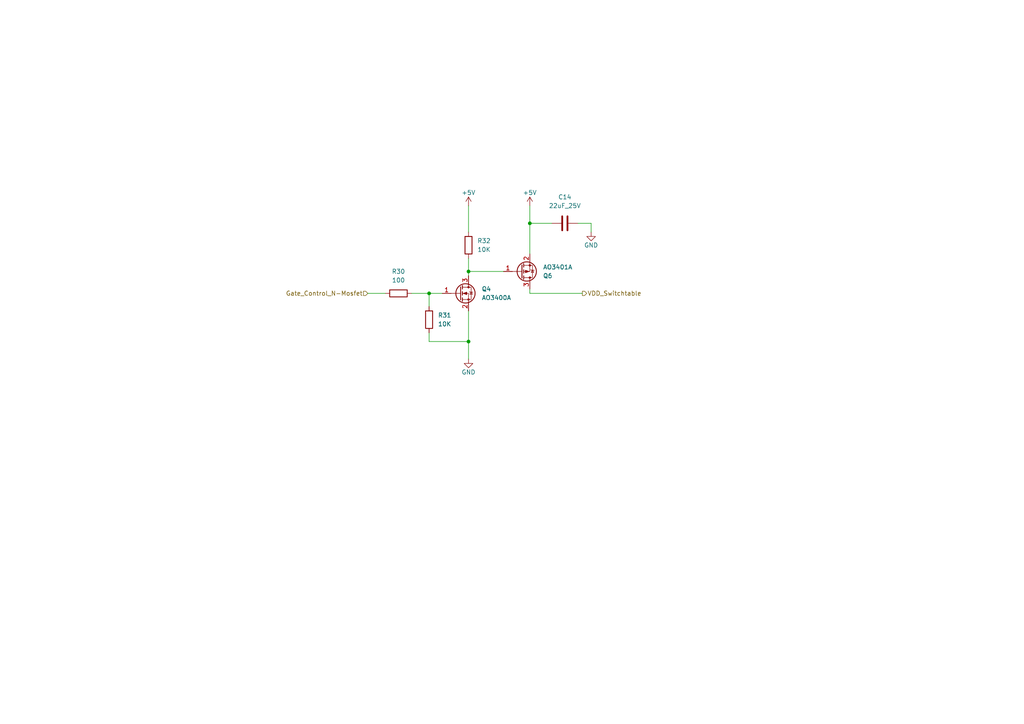
<source format=kicad_sch>
(kicad_sch (version 20231120) (generator "eeschema") (generator_version "8.0")
  (paper "A4")
  (lib_symbols
    (symbol "_C_1206:22uF_25V" (pin_numbers hide) (pin_names (offset 0.254))
      (property "Reference" "C" (at 0.635 2.54 0))
      (property "Value" "22uF_25V" (at 0.635 -2.54 0))
      (symbol "22uF_25V_0_1"
        (polyline (pts (xy -2.032 -0.762) (xy 2.032 -0.762)) (stroke (width 0.508)))
        (polyline (pts (xy -2.032 0.762) (xy 2.032 0.762)) (stroke (width 0.508)))
      )
      (symbol "22uF_25V_1_1"
        (pin passive line (at 0 3.81 270) (length 2.794) (name "~") (number "1"))
        (pin passive line (at 0 -3.81 90) (length 2.794) (name "~") (number "2"))
      )
    )
    (symbol "_R_0402:100" (pin_numbers hide) (pin_names (offset 0))
      (property "Reference" "R" (at 2.032 0 90))
      (property "Value" "100" (at 0 0 90))
      (symbol "100_0_1"
        (rectangle (start -1.016 -2.54) (end 1.016 2.54) (stroke (width 0.254)))
      )
      (symbol "100_1_1"
        (pin passive line (at 0 3.81 270) (length 1.27) (name "~") (number "1"))
        (pin passive line (at 0 -3.81 90) (length 1.27) (name "~") (number "2"))
      )
    )
    (symbol "_R_0402:10K" (pin_numbers hide) (pin_names (offset 0))
      (property "Reference" "R" (at 2.032 0 90))
      (property "Value" "10K" (at 0 0 90))
      (symbol "10K_0_1"
        (rectangle (start -1.016 -2.54) (end 1.016 2.54) (stroke (width 0.254)))
      )
      (symbol "10K_1_1"
        (pin passive line (at 0 3.81 270) (length 1.27) (name "~") (number "1"))
        (pin passive line (at 0 -3.81 90) (length 1.27) (name "~") (number "2"))
      )
    )
    (symbol "_Transistor_FET:AO3400A" (pin_names hide)
      (property "Reference" "Q" (at 5.08 1.905 0))
      (property "Value" "AO3400A" (at 5.08 0 0))
      (symbol "AO3400A_0_1"
        (polyline (pts (xy 0.254 0) (xy -2.54 0)))
        (polyline (pts (xy 0.254 1.905) (xy 0.254 -1.905)) (stroke (width 0.254)))
        (polyline (pts (xy 0.762 -1.27) (xy 0.762 -2.286)) (stroke (width 0.254)))
        (polyline (pts (xy 0.762 0.508) (xy 0.762 -0.508)) (stroke (width 0.254)))
        (polyline (pts (xy 0.762 2.286) (xy 0.762 1.27)) (stroke (width 0.254)))
        (polyline (pts (xy 2.54 2.54) (xy 2.54 1.778)))
        (polyline (pts (xy 2.54 -2.54) (xy 2.54 0) (xy 0.762 0)))
        (polyline (pts (xy 0.762 -1.778) (xy 3.302 -1.778) (xy 3.302 1.778) (xy 0.762 1.778)))
        (polyline (pts (xy 1.016 0) (xy 2.032 0.381) (xy 2.032 -0.381) (xy 1.016 0)) (fill (type outline)))
        (polyline (pts (xy 2.794 0.508) (xy 2.921 0.381) (xy 3.683 0.381) (xy 3.81 0.254)))
        (polyline (pts (xy 3.302 0.381) (xy 2.921 -0.254) (xy 3.683 -0.254) (xy 3.302 0.381)))
        (circle (center 1.651 0) (radius 2.794) (stroke (width 0.254)))
        (circle (center 2.54 -1.778) (radius 0.254) (fill (type outline)))
        (circle (center 2.54 1.778) (radius 0.254) (fill (type outline)))
      )
      (symbol "AO3400A_1_1"
        (pin input line (at -5.08 0 0) (length 2.54) (name "G") (number "1"))
        (pin passive line (at 2.54 -5.08 90) (length 2.54) (name "S") (number "2"))
        (pin passive line (at 2.54 5.08 270) (length 2.54) (name "D") (number "3"))
      )
    )
    (symbol "_Transistor_FET:AO3401A" (pin_names hide)
      (property "Reference" "Q" (at 5.08 1.905 0))
      (property "Value" "AO3401A" (at 5.08 0 0))
      (symbol "AO3401A_0_1"
        (polyline (pts (xy 0.254 0) (xy -2.54 0)))
        (polyline (pts (xy 0.254 1.905) (xy 0.254 -1.905)) (stroke (width 0.254)))
        (polyline (pts (xy 0.762 -1.27) (xy 0.762 -2.286)) (stroke (width 0.254)))
        (polyline (pts (xy 0.762 0.508) (xy 0.762 -0.508)) (stroke (width 0.254)))
        (polyline (pts (xy 0.762 2.286) (xy 0.762 1.27)) (stroke (width 0.254)))
        (polyline (pts (xy 2.54 2.54) (xy 2.54 1.778)))
        (polyline (pts (xy 2.54 -2.54) (xy 2.54 0) (xy 0.762 0)))
        (polyline (pts (xy 0.762 1.778) (xy 3.302 1.778) (xy 3.302 -1.778) (xy 0.762 -1.778)))
        (polyline (pts (xy 2.286 0) (xy 1.27 0.381) (xy 1.27 -0.381) (xy 2.286 0)) (fill (type outline)))
        (polyline (pts (xy 2.794 -0.508) (xy 2.921 -0.381) (xy 3.683 -0.381) (xy 3.81 -0.254)))
        (polyline (pts (xy 3.302 -0.381) (xy 2.921 0.254) (xy 3.683 0.254) (xy 3.302 -0.381)))
        (circle (center 1.651 0) (radius 2.794) (stroke (width 0.254)))
        (circle (center 2.54 -1.778) (radius 0.254) (fill (type outline)))
        (circle (center 2.54 1.778) (radius 0.254) (fill (type outline)))
      )
      (symbol "AO3401A_1_1"
        (pin input line (at -5.08 0 0) (length 2.54) (name "G") (number "1"))
        (pin passive line (at 2.54 -5.08 90) (length 2.54) (name "S") (number "2"))
        (pin passive line (at 2.54 5.08 270) (length 2.54) (name "D") (number "3"))
      )
    )
    (symbol "power:+5V" (power) (pin_names (offset 0))
      (property "Value" "+5V" (at 0 3.556 0))
      (symbol "+5V_0_1"
        (polyline (pts (xy -0.762 1.27) (xy 0 2.54)))
        (polyline (pts (xy 0 0) (xy 0 2.54)))
        (polyline (pts (xy 0 2.54) (xy 0.762 1.27)))
      )
      (symbol "+5V_1_1"
        (pin power_in line (at 0 0 90) (length 0) hide (name "+5V") (number "1"))
      )
    )
    (symbol "power:GND" (power) (pin_names (offset 0))
      (property "Value" "GND" (at 0 -3.81 0))
      (symbol "GND_0_1"
        (polyline (pts (xy 0 0) (xy 0 -1.27) (xy 1.27 -1.27) (xy 0 -2.54) (xy -1.27 -1.27) (xy 0 -1.27)))
      )
      (symbol "GND_1_1"
        (pin power_in line (at 0 0 270) (length 0) hide (name "GND") (number "1"))
      )
    )
  )
  (junction (at 135.89 78.74))
  (junction (at 135.89 99.06))
  (junction (at 124.46 85.09))
  (junction (at 153.67 64.77))
  (wire (pts (xy 171.45 64.77) (xy 171.45 67.31)))
  (wire (pts (xy 153.67 59.69) (xy 153.67 64.77)))
  (wire (pts (xy 135.89 78.74) (xy 135.89 80.01)))
  (wire (pts (xy 153.67 64.77) (xy 160.02 64.77)))
  (wire (pts (xy 135.89 90.17) (xy 135.89 99.06)))
  (wire (pts (xy 106.68 85.09) (xy 111.76 85.09)))
  (wire (pts (xy 153.67 85.09) (xy 168.91 85.09)))
  (wire (pts (xy 124.46 96.52) (xy 124.46 99.06)))
  (wire (pts (xy 135.89 59.69) (xy 135.89 67.31)))
  (wire (pts (xy 167.64 64.77) (xy 171.45 64.77)))
  (wire (pts (xy 135.89 74.93) (xy 135.89 78.74)))
  (wire (pts (xy 119.38 85.09) (xy 124.46 85.09)))
  (wire (pts (xy 124.46 85.09) (xy 128.27 85.09)))
  (wire (pts (xy 135.89 78.74) (xy 146.05 78.74)))
  (wire (pts (xy 135.89 99.06) (xy 135.89 104.14)))
  (wire (pts (xy 124.46 85.09) (xy 124.46 88.9)))
  (wire (pts (xy 153.67 83.82) (xy 153.67 85.09)))
  (wire (pts (xy 153.67 64.77) (xy 153.67 73.66)))
  (wire (pts (xy 124.46 99.06) (xy 135.89 99.06)))
  (hierarchical_label "Gate_Control_N-Mosfet" (shape input) (at 106.68 85.09 180))
  (hierarchical_label "VDD_Switchtable" (shape output) (at 168.91 85.09 0))
  (symbol (lib_id "power:GND") (at 171.45 67.31 0) (unit 1)
    (property "Reference" "#PWR032" (effects (hide yes)))
    (property "Value" "GND" (at 171.45 71.12 0))
    (instances (project "Partial_Drawer_Controller_v1" (path "" (reference "#PWR032") (unit 1)) (path "" (reference "#PWR034") (unit 1)) (path "" (reference "#PWR039") (unit 1)) (path "" (reference "#PWR040") (unit 1)) (path "" (reference "#PWR041") (unit 1)) (path "" (reference "#PWR042") (unit 1)) (path "" (reference "#PWR043") (unit 1)) (path "" (reference "#PWR045") (unit 1)) (path "" (reference "#PWR046") (unit 1)) (path "" (reference "#PWR047") (unit 1)) (path "" (reference "#PWR048") (unit 1)) (path "" (reference "#PWR049") (unit 1)) (path "" (reference "#PWR051") (unit 1)) (path "" (reference "#PWR053") (unit 1)) (path "" (reference "#PWR0161") (unit 1)) (path "" (reference "#PWR0162") (unit 1))))
  )
  (symbol (lib_id "_C_1206:22uF_25V") (at 163.83 64.77 90) (unit 1)
    (property "Reference" "C14" (at 163.83 57.15 90))
    (property "Value" "22uF_25V" (at 163.83 59.69 90))
    (property "Footprint" "Capacitor_SMD:C_1206_3216Metric" (effects (hide yes)))
    (property "Datasheet" "https://product.samsungsem.com/mlcc/CL31A226KAHNNN.do" (effects (hide yes)))
    (property "Description" "Capacitor 22uF 25V X7R 10% 1206" (effects (hide yes)))
    (property "MF" "Samsung Electro-Mechanics" (effects (hide yes)))
    (property "MPN" "CL31A226KAHNNNE" (effects (hide yes)))
    (property "OC_LCSC" "C12891" (effects (hide yes)))
    (instances (project "Partial_Drawer_Controller_v1" (path "" (reference "C14") (unit 1)) (path "" (reference "C15") (unit 1)) (path "" (reference "C16") (unit 1)) (path "" (reference "C17") (unit 1)) (path "" (reference "C18") (unit 1)) (path "" (reference "C37") (unit 1)) (path "" (reference "C38") (unit 1)) (path "" (reference "C39") (unit 1)) (path "" (reference "C40") (unit 1)) (path "" (reference "C41") (unit 1)) (path "" (reference "C42") (unit 1)) (path "" (reference "C43") (unit 1)) (path "" (reference "C44") (unit 1)) (path "" (reference "C45") (unit 1)) (path "" (reference "C46") (unit 1)) (path "" (reference "C47") (unit 1))))
  )
  (symbol (lib_id "power:GND") (at 135.89 104.14 0) (unit 1)
    (property "Reference" "#PWR082" (effects (hide yes)))
    (property "Value" "GND" (at 135.89 107.95 0))
    (instances (project "Partial_Drawer_Controller_v1" (path "" (reference "#PWR082") (unit 1)) (path "" (reference "#PWR085") (unit 1)) (path "" (reference "#PWR091") (unit 1)) (path "" (reference "#PWR094") (unit 1)) (path "" (reference "#PWR097") (unit 1)) (path "" (reference "#PWR0100") (unit 1)) (path "" (reference "#PWR0103") (unit 1)) (path "" (reference "#PWR0106") (unit 1)) (path "" (reference "#PWR0109") (unit 1)) (path "" (reference "#PWR0112") (unit 1)) (path "" (reference "#PWR0115") (unit 1)) (path "" (reference "#PWR0118") (unit 1)) (path "" (reference "#PWR0121") (unit 1)) (path "" (reference "#PWR0124") (unit 1)) (path "" (reference "#PWR0127") (unit 1)) (path "" (reference "#PWR0130") (unit 1))))
  )
  (symbol (lib_id "power:+5V") (at 153.67 59.69 0) (unit 1)
    (property "Reference" "#PWR083" (effects (hide yes)))
    (property "Value" "+5V" (at 153.67 55.88 0))
    (instances (project "Partial_Drawer_Controller_v1" (path "" (reference "#PWR083") (unit 1)) (path "" (reference "#PWR089") (unit 1)) (path "" (reference "#PWR092") (unit 1)) (path "" (reference "#PWR095") (unit 1)) (path "" (reference "#PWR098") (unit 1)) (path "" (reference "#PWR0101") (unit 1)) (path "" (reference "#PWR0104") (unit 1)) (path "" (reference "#PWR0107") (unit 1)) (path "" (reference "#PWR0110") (unit 1)) (path "" (reference "#PWR0113") (unit 1)) (path "" (reference "#PWR0116") (unit 1)) (path "" (reference "#PWR0119") (unit 1)) (path "" (reference "#PWR0122") (unit 1)) (path "" (reference "#PWR0125") (unit 1)) (path "" (reference "#PWR0128") (unit 1)) (path "" (reference "#PWR0131") (unit 1))))
  )
  (symbol (lib_id "power:+5V") (at 135.89 59.69 0) (unit 1)
    (property "Reference" "#PWR081" (effects (hide yes)))
    (property "Value" "+5V" (at 135.89 55.88 0))
    (instances (project "Partial_Drawer_Controller_v1" (path "" (reference "#PWR081") (unit 1)) (path "" (reference "#PWR084") (unit 1)) (path "" (reference "#PWR090") (unit 1)) (path "" (reference "#PWR093") (unit 1)) (path "" (reference "#PWR096") (unit 1)) (path "" (reference "#PWR099") (unit 1)) (path "" (reference "#PWR0102") (unit 1)) (path "" (reference "#PWR0105") (unit 1)) (path "" (reference "#PWR0108") (unit 1)) (path "" (reference "#PWR0111") (unit 1)) (path "" (reference "#PWR0114") (unit 1)) (path "" (reference "#PWR0117") (unit 1)) (path "" (reference "#PWR0120") (unit 1)) (path "" (reference "#PWR0123") (unit 1)) (path "" (reference "#PWR0126") (unit 1)) (path "" (reference "#PWR0129") (unit 1))))
  )
  (symbol (lib_id "_Transistor_FET:AO3400A") (at 133.35 85.09 0) (unit 1)
    (property "Reference" "Q4" (at 139.7 83.8199 0) (effects (justify left)))
    (property "Value" "AO3400A" (at 139.7 86.3599 0) (effects (justify left)))
    (property "Footprint" "Package_TO_SOT_SMD:SOT-23" (effects (hide yes)))
    (property "Datasheet" "https://datasheet.lcsc.com/lcsc/1811081213_Alpha---Omega-Semicon-AO3400A_C20917.pdf" (effects (hide yes)))
    (property "Description" "30V 5.7A 26.5mΩ@10V,5.7A 1.4W N Channel SOT-23-3L MOSFET" (effects (hide yes)))
    (property "MF" "Alpha & Omega Semicon" (effects (hide yes)))
    (property "MPN" "AO3400A" (effects (hide yes)))
    (property "OC_LCSC" "C20917" (effects (hide yes)))
    (instances (project "Partial_Drawer_Controller_v1" (path "" (reference "Q4") (unit 1)) (path "" (reference "Q7") (unit 1)) (path "" (reference "Q9") (unit 1)) (path "" (reference "Q11") (unit 1)) (path "" (reference "Q13") (unit 1)) (path "" (reference "Q15") (unit 1)) (path "" (reference "Q17") (unit 1)) (path "" (reference "Q19") (unit 1)) (path "" (reference "Q21") (unit 1)) (path "" (reference "Q23") (unit 1)) (path "" (reference "Q25") (unit 1)) (path "" (reference "Q27") (unit 1)) (path "" (reference "Q29") (unit 1)) (path "" (reference "Q31") (unit 1)) (path "" (reference "Q33") (unit 1)) (path "" (reference "Q35") (unit 1))))
  )
  (symbol (lib_id "_R_0402:10K") (at 135.89 71.12 0) (unit 1)
    (property "Reference" "R32" (at 138.43 69.8499 0) (effects (justify left)))
    (property "Value" "10K" (at 138.43 72.3899 0) (effects (justify left)))
    (property "Footprint" "Resistor_SMD:R_0402_1005Metric" (effects (hide yes)))
    (property "Description" "Resistor 10K 1% 62.5mW 50V 0402" (effects (hide yes)))
    (property "MF" "UNI-ROYAL" (effects (hide yes)))
    (property "MPN" "0402WGF1002TCE" (effects (hide yes)))
    (property "OC_LCSC" "C25744" (effects (hide yes)))
    (instances (project "Partial_Drawer_Controller_v1" (path "" (reference "R32") (unit 1)) (path "" (reference "R35") (unit 1)) (path "" (reference "R38") (unit 1)) (path "" (reference "R41") (unit 1)) (path "" (reference "R44") (unit 1)) (path "" (reference "R47") (unit 1)) (path "" (reference "R50") (unit 1)) (path "" (reference "R53") (unit 1)) (path "" (reference "R56") (unit 1)) (path "" (reference "R59") (unit 1)) (path "" (reference "R62") (unit 1)) (path "" (reference "R65") (unit 1)) (path "" (reference "R68") (unit 1)) (path "" (reference "R71") (unit 1)) (path "" (reference "R74") (unit 1)) (path "" (reference "R77") (unit 1))))
  )
  (symbol (lib_id "_R_0402:10K") (at 124.46 92.71 0) (unit 1)
    (property "Reference" "R31" (at 127 91.4399 0) (effects (justify left)))
    (property "Value" "10K" (at 127 93.9799 0) (effects (justify left)))
    (property "Footprint" "Resistor_SMD:R_0402_1005Metric" (effects (hide yes)))
    (property "Description" "Resistor 10K 1% 62.5mW 50V 0402" (effects (hide yes)))
    (property "MF" "UNI-ROYAL" (effects (hide yes)))
    (property "MPN" "0402WGF1002TCE" (effects (hide yes)))
    (property "OC_LCSC" "C25744" (effects (hide yes)))
    (instances (project "Partial_Drawer_Controller_v1" (path "" (reference "R31") (unit 1)) (path "" (reference "R34") (unit 1)) (path "" (reference "R37") (unit 1)) (path "" (reference "R40") (unit 1)) (path "" (reference "R43") (unit 1)) (path "" (reference "R46") (unit 1)) (path "" (reference "R49") (unit 1)) (path "" (reference "R52") (unit 1)) (path "" (reference "R55") (unit 1)) (path "" (reference "R58") (unit 1)) (path "" (reference "R61") (unit 1)) (path "" (reference "R64") (unit 1)) (path "" (reference "R67") (unit 1)) (path "" (reference "R70") (unit 1)) (path "" (reference "R73") (unit 1)) (path "" (reference "R76") (unit 1))))
  )
  (symbol (lib_id "_Transistor_FET:AO3401A") (at 151.13 78.74 0) (mirror x) (unit 1)
    (property "Reference" "Q6" (at 157.48 80.0101 0) (effects (justify left)))
    (property "Value" "AO3401A" (at 157.48 77.4701 0) (effects (justify left)))
    (property "Footprint" "Package_TO_SOT_SMD:SOT-23" (effects (hide yes)))
    (property "Datasheet" "https://datasheet.lcsc.com/lcsc/1810171817_Alpha---Omega-Semicon-AO3401A_C15127.pdf" (effects (hide yes)))
    (property "Description" "30V 4A 44mΩ@10V,4.3A 1.4W P Channel SOT-23 MOSFET" (effects (hide yes)))
    (property "MF" "Alpha & Omega Semicon" (effects (hide yes)))
    (property "MPN" "AO3401A" (effects (hide yes)))
    (property "OC_LCSC" "C15127" (effects (hide yes)))
    (instances (project "Partial_Drawer_Controller_v1" (path "" (reference "Q6") (unit 1)) (path "" (reference "Q8") (unit 1)) (path "" (reference "Q10") (unit 1)) (path "" (reference "Q12") (unit 1)) (path "" (reference "Q14") (unit 1)) (path "" (reference "Q16") (unit 1)) (path "" (reference "Q18") (unit 1)) (path "" (reference "Q20") (unit 1)) (path "" (reference "Q22") (unit 1)) (path "" (reference "Q24") (unit 1)) (path "" (reference "Q26") (unit 1)) (path "" (reference "Q28") (unit 1)) (path "" (reference "Q30") (unit 1)) (path "" (reference "Q32") (unit 1)) (path "" (reference "Q34") (unit 1)) (path "" (reference "Q36") (unit 1))))
  )
  (symbol (lib_id "_R_0402:100") (at 115.57 85.09 90) (unit 1)
    (property "Reference" "R30" (at 115.57 78.74 90))
    (property "Value" "100" (at 115.57 81.28 90))
    (property "Footprint" "Resistor_SMD:R_0402_1005Metric" (effects (hide yes)))
    (property "Description" "Resistor 100 1% 62.5mW 50V 0402" (effects (hide yes)))
    (property "MF" "UNI-ROYAL" (effects (hide yes)))
    (property "MPN" "0402WGF1000TCE" (effects (hide yes)))
    (property "OC_LCSC" "C25076" (effects (hide yes)))
    (instances (project "Partial_Drawer_Controller_v1" (path "" (reference "R30") (unit 1)) (path "" (reference "R33") (unit 1)) (path "" (reference "R36") (unit 1)) (path "" (reference "R39") (unit 1)) (path "" (reference "R42") (unit 1)) (path "" (reference "R45") (unit 1)) (path "" (reference "R48") (unit 1)) (path "" (reference "R51") (unit 1)) (path "" (reference "R54") (unit 1)) (path "" (reference "R57") (unit 1)) (path "" (reference "R60") (unit 1)) (path "" (reference "R63") (unit 1)) (path "" (reference "R66") (unit 1)) (path "" (reference "R69") (unit 1)) (path "" (reference "R72") (unit 1)) (path "" (reference "R75") (unit 1))))
  )
)
</source>
